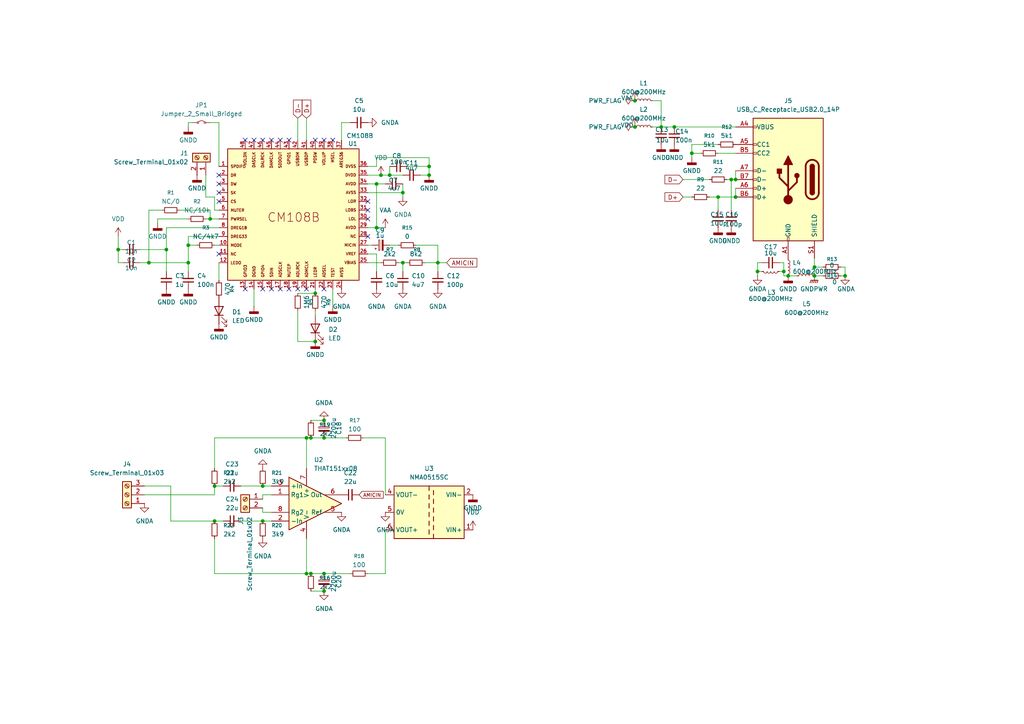
<source format=kicad_sch>
(kicad_sch (version 20250114) (generator "eeschema") (generator_version "9.0")
  (paper "A4")
  (junction (at 93.98 121.92))
  (junction (at 88.9 127))
  (junction (at 90.17 166.37))
  (junction (at 213.36 57.15))
  (junction (at 213.36 52.07))
  (junction (at 227.33 78.74))
  (junction (at 245.11 80.01))
  (junction (at 109.22 66.04))
  (junction (at 34.29 72.39))
  (junction (at 219.71 78.74))
  (junction (at 124.46 50.8))
  (junction (at 91.44 99.06))
  (junction (at 54.61 71.12))
  (junction (at 76.2 140.97))
  (junction (at 184.15 36.83))
  (junction (at 54.61 76.2))
  (junction (at 191.77 36.83))
  (junction (at 62.23 151.13))
  (junction (at 76.2 151.13))
  (junction (at 127 76.2))
  (junction (at 113.03 50.8))
  (junction (at 116.84 55.88))
  (junction (at 184.15 29.21))
  (junction (at 195.58 36.83))
  (junction (at 228.6 80.01))
  (junction (at 93.98 171.45))
  (junction (at 236.22 80.01))
  (junction (at 109.22 53.34))
  (junction (at 88.9 166.37))
  (junction (at 110.49 50.8))
  (junction (at 236.22 77.47))
  (junction (at 212.09 52.07))
  (junction (at 60.96 63.5))
  (junction (at 90.17 127))
  (junction (at 208.28 57.15))
  (junction (at 62.23 140.97))
  (junction (at 124.46 48.26))
  (junction (at 43.18 76.2))
  (junction (at 93.98 166.37))
  (junction (at 91.44 85.09))
  (junction (at 48.26 72.39))
  (junction (at 93.98 127))
  (junction (at 116.84 76.2))
  (junction (at 200.66 44.45))
  (no_connect (at 106.68 58.42))
  (no_connect (at 93.98 83.82))
  (no_connect (at 106.68 63.5))
  (no_connect (at 63.5 58.42))
  (no_connect (at 93.98 40.64))
  (no_connect (at 78.74 40.64))
  (no_connect (at 73.66 40.64))
  (no_connect (at 83.82 40.64))
  (no_connect (at 86.36 83.82))
  (no_connect (at 63.5 50.8))
  (no_connect (at 106.68 60.96))
  (no_connect (at 96.52 40.64))
  (no_connect (at 91.44 40.64))
  (no_connect (at 81.28 40.64))
  (no_connect (at 71.12 40.64))
  (no_connect (at 63.5 73.66))
  (no_connect (at 78.74 83.82))
  (no_connect (at 106.68 68.58))
  (no_connect (at 76.2 40.64))
  (no_connect (at 76.2 83.82))
  (no_connect (at 71.12 83.82))
  (no_connect (at 63.5 55.88))
  (no_connect (at 88.9 83.82))
  (no_connect (at 83.82 83.82))
  (no_connect (at 81.28 83.82))
  (no_connect (at 63.5 53.34))
  (wire (pts (xy 40.64 76.2) (xy 43.18 76.2)))
  (wire (pts (xy 88.9 127) (xy 88.9 135.89)))
  (wire (pts (xy 123.19 76.2) (xy 127 76.2)))
  (wire (pts (xy 111.76 153.67) (xy 111.76 166.37)))
  (wire (pts (xy 76.2 151.13) (xy 78.74 151.13)))
  (wire (pts (xy 109.22 53.34) (xy 111.76 53.34)))
  (wire (pts (xy 219.71 78.74) (xy 220.98 78.74)))
  (wire (pts (xy 90.17 171.45) (xy 93.98 171.45)))
  (wire (pts (xy 245.11 77.47) (xy 245.11 80.01)))
  (wire (pts (xy 76.2 143.51) (xy 76.2 144.78)))
  (wire (pts (xy 54.61 76.2) (xy 54.61 78.74)))
  (wire (pts (xy 208.28 57.15) (xy 213.36 57.15)))
  (wire (pts (xy 49.53 140.97) (xy 41.91 140.97)))
  (wire (pts (xy 54.61 68.58) (xy 63.5 68.58)))
  (wire (pts (xy 34.29 68.58) (xy 34.29 72.39)))
  (wire (pts (xy 60.96 63.5) (xy 63.5 63.5)))
  (wire (pts (xy 127 76.2) (xy 127 78.74)))
  (wire (pts (xy 124.46 45.72) (xy 124.46 48.26)))
  (wire (pts (xy 106.68 50.8) (xy 110.49 50.8)))
  (wire (pts (xy 116.84 76.2) (xy 118.11 76.2)))
  (wire (pts (xy 43.18 60.96) (xy 43.18 76.2)))
  (wire (pts (xy 73.66 83.82) (xy 73.66 88.9)))
  (wire (pts (xy 208.28 44.45) (xy 213.36 44.45)))
  (wire (pts (xy 205.74 57.15) (xy 208.28 57.15)))
  (wire (pts (xy 109.22 66.04) (xy 111.76 66.04)))
  (wire (pts (xy 106.68 66.04) (xy 109.22 66.04)))
  (wire (pts (xy 48.26 72.39) (xy 48.26 78.74)))
  (wire (pts (xy 34.29 76.2) (xy 35.56 76.2)))
  (wire (pts (xy 34.29 72.39) (xy 34.29 76.2)))
  (wire (pts (xy 228.6 80.01) (xy 231.14 80.01)))
  (wire (pts (xy 88.9 127) (xy 90.17 127)))
  (wire (pts (xy 219.71 80.01) (xy 219.71 78.74)))
  (wire (pts (xy 200.66 41.91) (xy 200.66 44.45)))
  (wire (pts (xy 69.85 140.97) (xy 76.2 140.97)))
  (wire (pts (xy 62.23 156.21) (xy 62.23 166.37)))
  (wire (pts (xy 91.44 83.82) (xy 91.44 85.09)))
  (wire (pts (xy 110.49 50.8) (xy 113.03 50.8)))
  (wire (pts (xy 59.69 57.15) (xy 62.23 57.15)))
  (wire (pts (xy 228.6 80.01) (xy 227.33 80.01)))
  (wire (pts (xy 236.22 74.93) (xy 236.22 77.47)))
  (wire (pts (xy 210.82 52.07) (xy 212.09 52.07)))
  (wire (pts (xy 213.36 49.53) (xy 213.36 52.07)))
  (wire (pts (xy 48.26 66.04) (xy 48.26 72.39)))
  (wire (pts (xy 236.22 77.47) (xy 236.22 80.01)))
  (wire (pts (xy 62.23 166.37) (xy 88.9 166.37)))
  (wire (pts (xy 60.96 60.96) (xy 60.96 63.5)))
  (wire (pts (xy 62.23 60.96) (xy 63.5 60.96)))
  (wire (pts (xy 63.5 76.2) (xy 63.5 81.28)))
  (wire (pts (xy 208.28 57.15) (xy 208.28 60.96)))
  (wire (pts (xy 115.57 76.2) (xy 116.84 76.2)))
  (wire (pts (xy 198.12 52.07) (xy 205.74 52.07)))
  (wire (pts (xy 45.72 63.5) (xy 45.72 64.77)))
  (wire (pts (xy 109.22 45.72) (xy 124.46 45.72)))
  (wire (pts (xy 189.23 36.83) (xy 191.77 36.83)))
  (wire (pts (xy 109.22 66.04) (xy 109.22 53.34)))
  (wire (pts (xy 43.18 76.2) (xy 54.61 76.2)))
  (wire (pts (xy 62.23 135.89) (xy 62.23 127)))
  (wire (pts (xy 54.61 71.12) (xy 57.15 71.12)))
  (wire (pts (xy 111.76 127) (xy 105.41 127)))
  (wire (pts (xy 59.69 63.5) (xy 60.96 63.5)))
  (wire (pts (xy 62.23 140.97) (xy 64.77 140.97)))
  (wire (pts (xy 49.53 151.13) (xy 62.23 151.13)))
  (wire (pts (xy 63.5 66.04) (xy 48.26 66.04)))
  (wire (pts (xy 212.09 52.07) (xy 212.09 60.96)))
  (wire (pts (xy 120.65 71.12) (xy 127 71.12)))
  (wire (pts (xy 124.46 50.8) (xy 121.92 50.8)))
  (wire (pts (xy 93.98 127) (xy 100.33 127)))
  (wire (pts (xy 106.68 71.12) (xy 107.95 71.12)))
  (wire (pts (xy 219.71 76.2) (xy 220.98 76.2)))
  (wire (pts (xy 191.77 36.83) (xy 195.58 36.83)))
  (wire (pts (xy 76.2 140.97) (xy 78.74 140.97)))
  (wire (pts (xy 78.74 148.59) (xy 76.2 148.59)))
  (wire (pts (xy 113.03 48.26) (xy 113.03 50.8)))
  (wire (pts (xy 213.36 54.61) (xy 213.36 57.15)))
  (wire (pts (xy 208.28 41.91) (xy 200.66 41.91)))
  (wire (pts (xy 116.84 76.2) (xy 116.84 78.74)))
  (wire (pts (xy 227.33 76.2) (xy 226.06 76.2)))
  (wire (pts (xy 124.46 48.26) (xy 124.46 50.8)))
  (wire (pts (xy 111.76 166.37) (xy 106.68 166.37)))
  (wire (pts (xy 62.23 57.15) (xy 62.23 60.96)))
  (wire (pts (xy 96.52 83.82) (xy 96.52 88.9)))
  (wire (pts (xy 198.12 57.15) (xy 200.66 57.15)))
  (wire (pts (xy 200.66 44.45) (xy 203.2 44.45)))
  (wire (pts (xy 54.61 71.12) (xy 54.61 76.2)))
  (wire (pts (xy 243.84 77.47) (xy 245.11 77.47)))
  (wire (pts (xy 63.5 48.26) (xy 63.5 35.56)))
  (wire (pts (xy 109.22 48.26) (xy 109.22 45.72)))
  (wire (pts (xy 219.71 78.74) (xy 219.71 76.2)))
  (wire (pts (xy 43.18 60.96) (xy 46.99 60.96)))
  (wire (pts (xy 90.17 121.92) (xy 93.98 121.92)))
  (wire (pts (xy 88.9 166.37) (xy 90.17 166.37)))
  (wire (pts (xy 111.76 143.51) (xy 111.76 127)))
  (wire (pts (xy 127 76.2) (xy 129.54 76.2)))
  (wire (pts (xy 86.36 90.17) (xy 86.36 99.06)))
  (wire (pts (xy 41.91 143.51) (xy 62.23 143.51)))
  (wire (pts (xy 101.6 166.37) (xy 93.98 166.37)))
  (wire (pts (xy 86.36 99.06) (xy 91.44 99.06)))
  (wire (pts (xy 127 71.12) (xy 127 76.2)))
  (wire (pts (xy 99.06 40.64) (xy 99.06 35.56)))
  (wire (pts (xy 88.9 166.37) (xy 88.9 156.21)))
  (wire (pts (xy 99.06 35.56) (xy 101.6 35.56)))
  (wire (pts (xy 93.98 166.37) (xy 90.17 166.37)))
  (wire (pts (xy 191.77 29.21) (xy 191.77 36.83)))
  (wire (pts (xy 227.33 76.2) (xy 227.33 78.74)))
  (wire (pts (xy 113.03 50.8) (xy 116.84 50.8)))
  (wire (pts (xy 118.11 48.26) (xy 124.46 48.26)))
  (wire (pts (xy 189.23 29.21) (xy 191.77 29.21)))
  (wire (pts (xy 52.07 60.96) (xy 60.96 60.96)))
  (wire (pts (xy 212.09 52.07) (xy 213.36 52.07)))
  (wire (pts (xy 86.36 85.09) (xy 91.44 85.09)))
  (wire (pts (xy 116.84 55.88) (xy 116.84 57.15)))
  (wire (pts (xy 69.85 151.13) (xy 76.2 151.13)))
  (wire (pts (xy 62.23 71.12) (xy 63.5 71.12)))
  (wire (pts (xy 91.44 91.44) (xy 91.44 90.17)))
  (wire (pts (xy 49.53 140.97) (xy 49.53 151.13)))
  (wire (pts (xy 227.33 80.01) (xy 227.33 78.74)))
  (wire (pts (xy 236.22 77.47) (xy 238.76 77.47)))
  (wire (pts (xy 106.68 55.88) (xy 116.84 55.88)))
  (wire (pts (xy 54.61 63.5) (xy 45.72 63.5)))
  (wire (pts (xy 88.9 34.29) (xy 88.9 40.64)))
  (wire (pts (xy 54.61 71.12) (xy 54.61 68.58)))
  (wire (pts (xy 86.36 34.29) (xy 86.36 40.64)))
  (wire (pts (xy 62.23 143.51) (xy 62.23 140.97)))
  (wire (pts (xy 243.84 80.01) (xy 245.11 80.01)))
  (wire (pts (xy 113.03 71.12) (xy 115.57 71.12)))
  (wire (pts (xy 63.5 35.56) (xy 60.96 35.56)))
  (wire (pts (xy 106.68 73.66) (xy 109.22 73.66)))
  (wire (pts (xy 106.68 48.26) (xy 109.22 48.26)))
  (wire (pts (xy 34.29 72.39) (xy 35.56 72.39)))
  (wire (pts (xy 195.58 36.83) (xy 213.36 36.83)))
  (wire (pts (xy 236.22 80.01) (xy 238.76 80.01)))
  (wire (pts (xy 106.68 76.2) (xy 110.49 76.2)))
  (wire (pts (xy 62.23 127) (xy 88.9 127)))
  (wire (pts (xy 54.61 35.56) (xy 54.61 36.83)))
  (wire (pts (xy 227.33 78.74) (xy 226.06 78.74)))
  (wire (pts (xy 40.64 72.39) (xy 48.26 72.39)))
  (wire (pts (xy 109.22 73.66) (xy 109.22 78.74)))
  (wire (pts (xy 116.84 53.34) (xy 116.84 55.88)))
  (wire (pts (xy 200.66 44.45) (xy 200.66 45.72)))
  (wire (pts (xy 59.69 50.8) (xy 59.69 57.15)))
  (wire (pts (xy 76.2 148.59) (xy 76.2 147.32)))
  (wire (pts (xy 78.74 143.51) (xy 76.2 143.51)))
  (wire (pts (xy 106.68 53.34) (xy 109.22 53.34)))
  (wire (pts (xy 62.23 151.13) (xy 64.77 151.13)))
  (wire (pts (xy 90.17 127) (xy 93.98 127)))
  (wire (pts (xy 55.88 35.56) (xy 54.61 35.56)))
  (global_label "AMICIN" (shape input) (at 104.14 143.51 0) (effects (font (size 1.016 1.016))) (property "Intersheetrefs" "${INTERSHEET_REFS}" (effects (hide yes))))
  (global_label "D-" (shape input) (at 86.36 34.29 90) (property "Intersheetrefs" "${INTERSHEET_REFS}" (effects (hide yes))))
  (global_label "D+" (shape input) (at 198.12 57.15 180) (property "Intersheetrefs" "${INTERSHEET_REFS}" (effects (hide yes))))
  (global_label "D-" (shape input) (at 198.12 52.07 180) (property "Intersheetrefs" "${INTERSHEET_REFS}" (effects (hide yes))))
  (global_label "D+" (shape input) (at 88.9 34.29 90) (property "Intersheetrefs" "${INTERSHEET_REFS}" (effects (hide yes))))
  (global_label "AMICIN" (shape input) (at 129.54 76.2 0) (property "Intersheetrefs" "${INTERSHEET_REFS}" (effects (hide yes))))
  (symbol (lib_id "Device:R_Small") (at 241.3 77.47 90) (unit 1)
    (property "Reference" "R13" (at 241.3 75.184 90) (effects (font (size 1.016 1.016))))
    (property "Value" "0" (at 241.3 76.962 90))
    (property "Footprint" "Resistor_SMD:R_0402_1005Metric" (effects (hide yes)))
    (property "Description" "Resistor, small symbol" (effects (hide yes)))
  )
  (symbol (lib_id "power:GNDA") (at 109.22 83.82 0) (unit 1)
    (property "Reference" "#PWR013" (effects (hide yes)))
    (property "Value" "GNDA" (at 109.22 88.9 0))
    (property "Description" "Power symbol creates a global label with name \"GNDA\" , analog ground" (effects (hide yes)))
  )
  (symbol (lib_id "power:GNDD") (at 54.61 36.83 0) (unit 1)
    (property "Reference" "#PWR04" (effects (hide yes)))
    (property "Value" "GNDD" (at 54.61 40.64 0))
    (property "Description" "Power symbol creates a global label with name \"GNDD\" , digital ground" (effects (hide yes)))
  )
  (symbol (lib_id "power:GNDD") (at 48.26 83.82 0) (unit 1)
    (property "Reference" "#PWR03" (effects (hide yes)))
    (property "Value" "GNDD" (at 48.26 87.63 0))
    (property "Description" "Power symbol creates a global label with name \"GNDD\" , digital ground" (effects (hide yes)))
  )
  (symbol (lib_id "Device:L_Small") (at 233.68 80.01 90) (unit 1)
    (property "Reference" "L5" (at 233.934 88.138 90))
    (property "Value" "600@200MHz" (at 233.934 90.678 90))
    (property "Footprint" "Inductor_SMD:L_0402_1005Metric" (effects (hide yes)))
    (property "Description" "Inductor, small symbol" (effects (hide yes)))
  )
  (symbol (lib_id "power:VDD") (at 137.16 153.67 0) (unit 1)
    (property "Reference" "#PWR032" (effects (hide yes)))
    (property "Value" "VDD" (at 137.16 148.59 0))
    (property "Description" "Power symbol creates a global label with name \"VDD\"" (effects (hide yes)))
  )
  (symbol (lib_id "Device:C_Polarized_Small") (at 93.98 124.46 0) (unit 1)
    (property "Reference" "C18" (at 98.298 124.206 90))
    (property "Value" "2200u" (at 96.774 124.206 90))
    (property "Footprint" "Capacitor_THT:CP_Radial_D10.0mm_P5.00mm" (effects (hide yes)))
    (property "Description" "Polarized capacitor, small symbol" (effects (hide yes)))
  )
  (symbol (lib_id "Device:C_Small") (at 38.1 76.2 270) (unit 1)
    (property "Reference" "C2" (at 38.1 75.438 90))
    (property "Value" "10n" (at 38.1 77.724 90))
    (property "Footprint" "Capacitor_SMD:C_0402_1005Metric" (effects (hide yes)))
    (property "Description" "Unpolarized capacitor, small symbol" (effects (hide yes)))
  )
  (symbol (lib_id "Device:L_Small") (at 186.69 36.83 90) (unit 1)
    (property "Reference" "L2" (at 186.69 31.75 90))
    (property "Value" "600@200MHz" (at 186.69 34.29 90))
    (property "Footprint" "Inductor_SMD:L_0402_1005Metric" (effects (hide yes)))
    (property "Description" "Inductor, small symbol" (effects (hide yes)))
  )
  (symbol (lib_id "power:GNDA") (at 127 83.82 0) (unit 1)
    (property "Reference" "#PWR019" (effects (hide yes)))
    (property "Value" "GNDA" (at 127 88.9 0))
    (property "Description" "Power symbol creates a global label with name \"GNDA\" , analog ground" (effects (hide yes)))
  )
  (symbol (lib_id "Device:L_Small") (at 223.52 78.74 270) (unit 1)
    (property "Reference" "L3" (at 223.774 84.836 90))
    (property "Value" "600@200MHz" (at 223.52 86.614 90))
    (property "Footprint" "Inductor_SMD:L_0402_1005Metric" (effects (hide yes)))
    (property "Description" "Inductor, small symbol" (effects (hide yes)))
  )
  (symbol (lib_id "Device:C_Small") (at 67.31 140.97 90) (unit 1)
    (property "Reference" "C23" (at 67.3163 134.62 90))
    (property "Value" "22u" (at 67.3163 137.16 90))
    (property "Footprint" "Capacitor_SMD:C_0805_2012Metric" (effects (hide yes)))
    (property "Description" "Unpolarized capacitor, small symbol" (effects (hide yes)))
  )
  (symbol (lib_id "power:GNDA") (at 99.06 83.82 0) (unit 1)
    (property "Reference" "#PWR011" (effects (hide yes)))
    (property "Value" "GNDA" (at 99.06 88.9 0))
    (property "Description" "Power symbol creates a global label with name \"GNDA\" , analog ground" (effects (hide yes)))
  )
  (symbol (lib_id "Device:C_Small") (at 223.52 76.2 90) (unit 1)
    (property "Reference" "C17" (at 223.52 71.628 90))
    (property "Value" "10u" (at 223.5263 73.406 90))
    (property "Footprint" "Capacitor_SMD:C_0402_1005Metric" (effects (hide yes)))
    (property "Description" "Unpolarized capacitor, small symbol" (effects (hide yes)))
  )
  (symbol (lib_id "power:GNDD") (at 212.09 66.04 0) (unit 1)
    (property "Reference" "#PWR026" (effects (hide yes)))
    (property "Value" "GNDD" (at 212.09 69.85 0))
    (property "Description" "Power symbol creates a global label with name \"GNDD\" , digital ground" (effects (hide yes)))
  )
  (symbol (lib_id "Device:C_Small") (at 119.38 50.8 90) (unit 1)
    (property "Reference" "C11" (at 119.38 47.244 90))
    (property "Value" "4u7" (at 119.38 48.768 90))
    (property "Footprint" "Capacitor_SMD:C_0402_1005Metric" (effects (hide yes)))
    (property "Description" "Unpolarized capacitor, small symbol" (effects (hide yes)))
  )
  (symbol (lib_id "Connector:Screw_Terminal_01x02") (at 59.69 45.72 270) (mirror x) (unit 1)
    (property "Reference" "J1" (at 54.61 44.4499 90) (effects (justify right)))
    (property "Value" "Screw_Terminal_01x02" (at 54.61 46.9899 90) (effects (justify right)))
    (property "Footprint" "DB125-254:DB125-2.54-2P" (effects (hide yes)))
    (property "Description" "Generic screw terminal, single row, 01x02, script generated (kicad-library-utils/schlib/autogen/connector/)" (effects (hide yes)))
  )
  (symbol (lib_id "power:GNDA") (at 219.71 80.01 0) (unit 1)
    (property "Reference" "#PWR027" (effects (hide yes)))
    (property "Value" "GNDA" (at 219.71 83.82 0))
    (property "Description" "Power symbol creates a global label with name \"GNDA\" , analog ground" (effects (hide yes)))
  )
  (symbol (lib_id "power:GNDD") (at 137.16 143.51 0) (unit 1)
    (property "Reference" "#PWR031" (effects (hide yes)))
    (property "Value" "GNDD" (at 137.16 147.32 0))
    (property "Description" "Power symbol creates a global label with name \"GNDD\" , digital ground" (effects (hide yes)))
  )
  (symbol (lib_id "Device:R_Small") (at 113.03 76.2 90) (unit 1)
    (property "Reference" "R7" (at 113.03 72.39 90) (effects (font (size 1.016 1.016))))
    (property "Value" "2k2" (at 113.03 73.66 90))
    (property "Footprint" "Resistor_SMD:R_0402_1005Metric" (effects (hide yes)))
    (property "Description" "Resistor, small symbol" (effects (hide yes)))
  )
  (symbol (lib_id "power:GNDA") (at 116.84 83.82 0) (unit 1)
    (property "Reference" "#PWR017" (effects (hide yes)))
    (property "Value" "GNDA" (at 116.84 88.9 0))
    (property "Description" "Power symbol creates a global label with name \"GNDA\" , analog ground" (effects (hide yes)))
  )
  (symbol (lib_id "power:GNDD") (at 57.15 50.8 0) (unit 1)
    (property "Reference" "#PWR06" (effects (hide yes)))
    (property "Value" "GNDD" (at 57.15 54.61 0))
    (property "Description" "Power symbol creates a global label with name \"GNDD\" , digital ground" (effects (hide yes)))
  )
  (symbol (lib_id "Connector:Screw_Terminal_01x02") (at 71.12 144.78 0) (mirror y) (unit 1)
    (property "Reference" "J3" (at 69.8499 149.86 90) (effects (justify right)))
    (property "Value" "Screw_Terminal_01x02" (at 72.3899 149.86 90) (effects (justify right)))
    (property "Footprint" "DB125-254:DB125-2.54-2P" (effects (hide yes)))
    (property "Description" "Generic screw terminal, single row, 01x02, script generated (kicad-library-utils/schlib/autogen/connector/)" (effects (hide yes)))
  )
  (symbol (lib_id "Device:C_Small") (at 48.26 81.28 180) (unit 1)
    (property "Reference" "C3" (at 50.8 80.0035 0) (effects (justify right)))
    (property "Value" "1u" (at 50.8 82.5435 0) (effects (justify right)))
    (property "Footprint" "Capacitor_SMD:C_0402_1005Metric" (effects (hide yes)))
    (property "Description" "Unpolarized capacitor, small symbol" (effects (hide yes)))
  )
  (symbol (lib_id "power:GNDA") (at 116.84 57.15 0) (unit 1)
    (property "Reference" "#PWR016" (effects (hide yes)))
    (property "Value" "GNDA" (at 116.84 62.23 0))
    (property "Description" "Power symbol creates a global label with name \"GNDA\" , analog ground" (effects (hide yes)))
  )
  (symbol (lib_id "Device:LED") (at 91.44 95.25 90) (unit 1)
    (property "Reference" "D2" (at 95.25 95.5674 90) (effects (justify right)))
    (property "Value" "LED" (at 95.25 98.1074 90) (effects (justify right)))
    (property "Footprint" "LED_SMD:LED_0402_1005Metric" (effects (hide yes)))
    (property "Description" "Light emitting diode" (effects (hide yes)))
    (property "Sim.Pins" "1=K 2=A" (effects (hide yes)))
  )
  (symbol (lib_id "power:GNDA") (at 76.2 135.89 180) (unit 1)
    (property "Reference" "#PWR038" (effects (hide yes)))
    (property "Value" "GNDA" (at 76.2 130.81 0))
    (property "Description" "Power symbol creates a global label with name \"GNDA\" , analog ground" (effects (hide yes)))
  )
  (symbol (lib_id "Device:C_Small") (at 67.31 151.13 90) (unit 1)
    (property "Reference" "C24" (at 67.3163 144.78 90))
    (property "Value" "22u" (at 67.3163 147.32 90))
    (property "Footprint" "Capacitor_SMD:C_0805_2012Metric" (effects (hide yes)))
    (property "Description" "Unpolarized capacitor, small symbol" (effects (hide yes)))
  )
  (symbol (lib_id "Device:R_Small") (at 205.74 44.45 270) (unit 1)
    (property "Reference" "R10" (at 205.74 39.37 90) (effects (font (size 1.016 1.016))))
    (property "Value" "5k1" (at 205.74 41.91 90))
    (property "Footprint" "Resistor_SMD:R_0402_1005Metric" (effects (hide yes)))
    (property "Description" "Resistor, small symbol" (effects (hide yes)))
  )
  (symbol (lib_id "power:GNDA") (at 111.76 148.59 0) (unit 1)
    (property "Reference" "#PWR033" (effects (hide yes)))
    (property "Value" "GNDA" (at 111.76 153.67 0))
    (property "Description" "Power symbol creates a global label with name \"GNDA\" , analog ground" (effects (hide yes)))
  )
  (symbol (lib_id "Device:R_Small") (at 90.17 124.46 0) (unit 1)
    (property "Reference" "R19" (at 92.71 123.1899 0) (effects (font (size 1.016 1.016)) (justify left)))
    (property "Value" "2k2" (at 92.71 125.7299 0) (effects (justify left)))
    (property "Footprint" "Resistor_SMD:R_0805_2012Metric" (effects (hide yes)))
    (property "Description" "Resistor, small symbol" (effects (hide yes)))
  )
  (symbol (lib_id "Device:R_Small") (at 208.28 52.07 90) (unit 1)
    (property "Reference" "R11" (at 208.28 46.99 90) (effects (font (size 1.016 1.016))))
    (property "Value" "22" (at 208.28 49.53 90))
    (property "Footprint" "Resistor_SMD:R_0402_1005Metric" (effects (hide yes)))
    (property "Description" "Resistor, small symbol" (effects (hide yes)))
  )
  (symbol (lib_id "power:GNDA") (at 76.2 156.21 0) (unit 1)
    (property "Reference" "#PWR037" (effects (hide yes)))
    (property "Value" "GNDA" (at 76.2 161.29 0))
    (property "Description" "Power symbol creates a global label with name \"GNDA\" , analog ground" (effects (hide yes)))
  )
  (symbol (lib_id "Device:LED") (at 63.5 90.17 90) (unit 1)
    (property "Reference" "D1" (at 67.31 90.4874 90) (effects (justify right)))
    (property "Value" "LED" (at 67.31 93.0274 90) (effects (justify right)))
    (property "Footprint" "LED_SMD:LED_0402_1005Metric" (effects (hide yes)))
    (property "Description" "Light emitting diode" (effects (hide yes)))
    (property "Sim.Pins" "1=K 2=A" (effects (hide yes)))
  )
  (symbol (lib_id "power:GNDD") (at 63.5 93.98 0) (unit 1)
    (property "Reference" "#PWR07" (effects (hide yes)))
    (property "Value" "GNDD" (at 63.5 97.79 0))
    (property "Description" "Power symbol creates a global label with name \"GNDD\" , digital ground" (effects (hide yes)))
  )
  (symbol (lib_id "Device:C_Small") (at 115.57 48.26 90) (unit 1)
    (property "Reference" "C8" (at 115.062 45.212 90))
    (property "Value" "100n" (at 115.57 46.99 90))
    (property "Footprint" "Capacitor_SMD:C_0402_1005Metric" (effects (hide yes)))
    (property "Description" "Unpolarized capacitor, small symbol" (effects (hide yes)))
  )
  (symbol (lib_id "power:GNDD") (at 228.6 80.01 0) (unit 1)
    (property "Reference" "#PWR028" (effects (hide yes)))
    (property "Value" "GNDD" (at 228.6 83.82 0))
    (property "Description" "Power symbol creates a global label with name \"GNDD\" , digital ground" (effects (hide yes)))
  )
  (symbol (lib_id "power:VAA") (at 184.15 29.21 0) (unit 1)
    (property "Reference" "#PWR020" (effects (hide yes)))
    (property "Value" "VAA" (at 181.864 28.448 0))
    (property "Description" "Power symbol creates a global label with name \"VAA\"" (effects (hide yes)))
  )
  (symbol (lib_id "power:GNDD") (at 195.58 41.91 0) (unit 1)
    (property "Reference" "#PWR023" (effects (hide yes)))
    (property "Value" "GNDD" (at 195.58 45.72 0))
    (property "Description" "Power symbol creates a global label with name \"GNDD\" , digital ground" (effects (hide yes)))
  )
  (symbol (lib_id "Device:R_Small") (at 63.5 83.82 0) (mirror x) (unit 1)
    (property "Reference" "R4" (at 67.31 83.82 90) (effects (font (size 1.016 1.016))))
    (property "Value" "470" (at 66.04 83.82 90))
    (property "Footprint" "Resistor_SMD:R_0402_1005Metric" (effects (hide yes)))
    (property "Description" "Resistor, small symbol" (effects (hide yes)))
  )
  (symbol (lib_id "Device:C_Small") (at 38.1 72.39 270) (unit 1)
    (property "Reference" "C1" (at 38.1 70.358 90))
    (property "Value" "10n" (at 38.1 72.898 90))
    (property "Footprint" "Capacitor_SMD:C_0402_1005Metric" (effects (hide yes)))
    (property "Description" "Unpolarized capacitor, small symbol" (effects (hide yes)))
  )
  (symbol (lib_id "power:PWR_FLAG") (at 184.15 29.21 90) (unit 1)
    (property "Reference" "#FLG02" (effects (hide yes)))
    (property "Value" "PWR_FLAG" (at 180.34 29.2099 90) (effects (justify left)))
    (property "Description" "Special symbol for telling ERC where power comes from" (effects (hide yes)))
  )
  (symbol (lib_id "Device:R_Small") (at 57.15 63.5 90) (unit 1)
    (property "Reference" "R2" (at 57.15 58.42 90) (effects (font (size 1.016 1.016))))
    (property "Value" "NC/10k" (at 57.15 60.96 90))
    (property "Footprint" "Resistor_SMD:R_0402_1005Metric" (effects (hide yes)))
    (property "Description" "Resistor, small symbol" (effects (hide yes)))
  )
  (symbol (lib_id "power:GNDD") (at 91.44 99.06 0) (unit 1)
    (property "Reference" "#PWR09" (effects (hide yes)))
    (property "Value" "GNDD" (at 91.44 102.87 0))
    (property "Description" "Power symbol creates a global label with name \"GNDD\" , digital ground" (effects (hide yes)))
  )
  (symbol (lib_id "power:GNDA") (at 41.91 146.05 0) (unit 1)
    (property "Reference" "#PWR039" (effects (hide yes)))
    (property "Value" "GNDA" (at 41.91 151.13 0))
    (property "Description" "Power symbol creates a global label with name \"GNDA\" , analog ground" (effects (hide yes)))
  )
  (symbol (lib_id "Device:R_Small") (at 210.82 41.91 90) (unit 1)
    (property "Reference" "R12" (at 210.82 36.83 90) (effects (font (size 1.016 1.016))))
    (property "Value" "5k1" (at 210.82 39.37 90))
    (property "Footprint" "Resistor_SMD:R_0402_1005Metric" (effects (hide yes)))
    (property "Description" "Resistor, small symbol" (effects (hide yes)))
  )
  (symbol (lib_id "power:GNDD") (at 124.46 50.8 0) (unit 1)
    (property "Reference" "#PWR018" (effects (hide yes)))
    (property "Value" "GNDD" (at 124.46 54.61 0))
    (property "Description" "Power symbol creates a global label with name \"GNDD\" , digital ground" (effects (hide yes)))
  )
  (symbol (lib_id "Device:L_Small") (at 186.69 29.21 90) (unit 1)
    (property "Reference" "L1" (at 186.69 24.13 90))
    (property "Value" "600@200MHz" (at 186.69 26.67 90))
    (property "Footprint" "Inductor_SMD:L_0402_1005Metric" (effects (hide yes)))
    (property "Description" "Inductor, small symbol" (effects (hide yes)))
  )
  (symbol (lib_id "Device:C_Small") (at 54.61 81.28 180) (unit 1)
    (property "Reference" "C4" (at 57.15 80.0035 0) (effects (justify right)))
    (property "Value" "100n" (at 57.15 82.5435 0) (effects (justify right)))
    (property "Footprint" "Capacitor_SMD:C_0402_1005Metric" (effects (hide yes)))
    (property "Description" "Unpolarized capacitor, small symbol" (effects (hide yes)))
  )
  (symbol (lib_id "Device:C_Small") (at 212.09 63.5 0) (unit 1)
    (property "Reference" "C16" (at 210.312 62.23 0) (effects (justify left)))
    (property "Value" "100p" (at 210.312 65.024 0) (effects (justify left)))
    (property "Footprint" "Capacitor_SMD:C_0402_1005Metric" (effects (hide yes)))
    (property "Description" "Unpolarized capacitor, small symbol" (effects (hide yes)))
  )
  (symbol (lib_id "Device:C_Polarized_Small") (at 110.49 71.12 90) (unit 1)
    (property "Reference" "C9" (at 110.236 66.802 90))
    (property "Value" "1u" (at 110.236 68.326 90))
    (property "Footprint" "Capacitor_SMD:C_0805_2012Metric" (effects (hide yes)))
    (property "Description" "Polarized capacitor, small symbol" (effects (hide yes)))
  )
  (symbol (lib_id "power:GNDD") (at 54.61 83.82 0) (unit 1)
    (property "Reference" "#PWR05" (effects (hide yes)))
    (property "Value" "GNDD" (at 54.61 87.63 0))
    (property "Description" "Power symbol creates a global label with name \"GNDD\" , digital ground" (effects (hide yes)))
  )
  (symbol (lib_id "power:GNDD") (at 208.28 66.04 0) (unit 1)
    (property "Reference" "#PWR025" (effects (hide yes)))
    (property "Value" "GNDD" (at 208.28 69.85 0))
    (property "Description" "Power symbol creates a global label with name \"GNDD\" , digital ground" (effects (hide yes)))
  )
  (symbol (lib_id "Device:R_Small") (at 203.2 57.15 90) (unit 1)
    (property "Reference" "R9" (at 203.2 52.07 90) (effects (font (size 1.016 1.016))))
    (property "Value" "22" (at 203.2 54.61 90))
    (property "Footprint" "Resistor_SMD:R_0402_1005Metric" (effects (hide yes)))
    (property "Description" "Resistor, small symbol" (effects (hide yes)))
  )
  (symbol (lib_id "Amplifier_Audio:THAT151xx08") (at 88.9 146.05 0) (unit 1)
    (property "Reference" "U2" (at 91.0433 133.35 0) (effects (justify left)))
    (property "Value" "THAT151xx08" (at 91.0433 135.89 0) (effects (justify left)))
    (property "Footprint" "Package_DIP:DIP-8_W7.62mm" (effects (hide yes)))
    (property "Datasheet" "https://www.thatcorp.com/datashts/THAT_1510-1512_Datasheet.pdf" (effects (hide yes)))
    (property "Description" "Low-Noise, High Performance Audio Preamplifier IC" (effects (hide yes)))
  )
  (symbol (lib_id "Device:C_Small") (at 114.3 53.34 90) (unit 1)
    (property "Reference" "C7" (at 114.046 52.324 90))
    (property "Value" "4u7" (at 114.3 54.61 90))
    (property "Footprint" "Capacitor_SMD:C_0402_1005Metric" (effects (hide yes)))
    (property "Description" "Unpolarized capacitor, small symbol" (effects (hide yes)))
  )
  (symbol (lib_id "Device:R_Small") (at 49.53 60.96 90) (unit 1)
    (property "Reference" "R1" (at 49.53 55.88 90) (effects (font (size 1.016 1.016))))
    (property "Value" "NC/0" (at 49.53 58.42 90))
    (property "Footprint" "Resistor_SMD:R_0402_1005Metric" (effects (hide yes)))
    (property "Description" "Resistor, small symbol" (effects (hide yes)))
  )
  (symbol (lib_id "power:VDD") (at 184.15 36.83 0) (unit 1)
    (property "Reference" "#PWR021" (effects (hide yes)))
    (property "Value" "VDD" (at 181.864 36.322 0))
    (property "Description" "Power symbol creates a global label with name \"VDD\"" (effects (hide yes)))
  )
  (symbol (lib_id "power:GNDA") (at 93.98 121.92 180) (unit 1)
    (property "Reference" "#PWR036" (effects (hide yes)))
    (property "Value" "GNDA" (at 93.98 116.84 0))
    (property "Description" "Power symbol creates a global label with name \"GNDA\" , analog ground" (effects (hide yes)))
  )
  (symbol (lib_id "Regulator_Switching:NMA0515SC") (at 124.46 148.59 180) (unit 1)
    (property "Reference" "U3" (at 124.46 135.89 0))
    (property "Value" "NMA0515SC" (at 124.46 138.43 0))
    (property "Footprint" "Converter_DCDC:Converter_DCDC_Murata_NMAxxxxSC_THT" (effects (hide yes)))
    (property "Datasheet" "http://power.murata.com/data/power/ncl/kdc_nma.pdf" (effects (hide yes)))
    (property "Description" "±33mA Isolated 1W Dual output DC/DC Converter Module, 5V Input Voltage, ±15V Output Voltage, SIP3" (effects (hide yes)))
  )
  (symbol (lib_id "Device:R_Small") (at 90.17 168.91 180) (unit 1)
    (property "Reference" "R16" (at 92.71 167.6399 0) (effects (font (size 1.016 1.016)) (justify right)))
    (property "Value" "2k2" (at 92.71 170.1799 0) (effects (justify right)))
    (property "Footprint" "Resistor_SMD:R_0805_2012Metric" (effects (hide yes)))
    (property "Description" "Resistor, small symbol" (effects (hide yes)))
  )
  (symbol (lib_id "power:VDD") (at 110.49 50.8 0) (unit 1)
    (property "Reference" "#PWR014" (effects (hide yes)))
    (property "Value" "VDD" (at 110.49 45.72 0))
    (property "Description" "Power symbol creates a global label with name \"VDD\"" (effects (hide yes)))
  )
  (symbol (lib_id "Device:C_Small") (at 195.58 39.37 0) (unit 1)
    (property "Reference" "C14" (at 195.834 38.1 0) (effects (justify left)))
    (property "Value" "100n" (at 195.834 40.64 0) (effects (justify left)))
    (property "Footprint" "Capacitor_SMD:C_0402_1005Metric" (effects (hide yes)))
    (property "Description" "Unpolarized capacitor, small symbol" (effects (hide yes)))
  )
  (symbol (lib_id "power:GNDA") (at 99.06 148.59 0) (unit 1)
    (property "Reference" "#PWR034" (effects (hide yes)))
    (property "Value" "GNDA" (at 99.06 153.67 0))
    (property "Description" "Power symbol creates a global label with name \"GNDA\" , analog ground" (effects (hide yes)))
  )
  (symbol (lib_id "Connector:Screw_Terminal_01x03") (at 36.83 143.51 180) (unit 1)
    (property "Reference" "J4" (at 36.83 134.62 0))
    (property "Value" "Screw_Terminal_01x03" (at 36.83 137.16 0))
    (property "Footprint" "DB125-254:DB125-2.54-3P" (effects (hide yes)))
    (property "Description" "Generic screw terminal, single row, 01x03, script generated (kicad-library-utils/schlib/autogen/connector/)" (effects (hide yes)))
  )
  (symbol (lib_id "Device:R_Small") (at 76.2 138.43 180) (unit 1)
    (property "Reference" "R21" (at 78.74 137.1599 0) (effects (font (size 1.016 1.016)) (justify right)))
    (property "Value" "3k9" (at 78.74 139.6999 0) (effects (justify right)))
    (property "Footprint" "Resistor_SMD:R_0805_2012Metric" (effects (hide yes)))
    (property "Description" "Resistor, small symbol" (effects (hide yes)))
  )
  (symbol (lib_id "Device:R_Small") (at 104.14 166.37 90) (unit 1)
    (property "Reference" "R18" (at 104.14 161.29 90) (effects (font (size 1.016 1.016))))
    (property "Value" "100" (at 104.14 163.83 90))
    (property "Footprint" "Resistor_SMD:R_0805_2012Metric" (effects (hide yes)))
    (property "Description" "Resistor, small symbol" (effects (hide yes)))
  )
  (symbol (lib_id "Device:C_Polarized_Small") (at 93.98 168.91 0) (unit 1)
    (property "Reference" "C20" (at 98.298 168.656 90))
    (property "Value" "2200u" (at 96.774 168.656 90))
    (property "Footprint" "Capacitor_THT:CP_Radial_D10.0mm_P5.00mm" (effects (hide yes)))
    (property "Description" "Polarized capacitor, small symbol" (effects (hide yes)))
  )
  (symbol (lib_id "Device:R_Small") (at 102.87 127 90) (unit 1)
    (property "Reference" "R17" (at 102.87 121.92 90) (effects (font (size 1.016 1.016))))
    (property "Value" "100" (at 102.87 124.46 90))
    (property "Footprint" "Resistor_SMD:R_0805_2012Metric" (effects (hide yes)))
    (property "Description" "Resistor, small symbol" (effects (hide yes)))
  )
  (symbol (lib_id "Device:R_Small") (at 91.44 87.63 0) (unit 1)
    (property "Reference" "R6" (at 95.25 87.63 90) (effects (font (size 1.016 1.016))))
    (property "Value" "470" (at 93.98 87.63 90))
    (property "Footprint" "Resistor_SMD:R_0402_1005Metric" (effects (hide yes)))
    (property "Description" "Resistor, small symbol" (effects (hide yes)))
  )
  (symbol (lib_id "Device:C_Small") (at 104.14 35.56 90) (unit 1)
    (property "Reference" "C5" (at 104.1463 29.21 90))
    (property "Value" "10u" (at 104.1463 31.75 90))
    (property "Footprint" "Capacitor_SMD:C_0402_1005Metric" (effects (hide yes)))
    (property "Description" "Unpolarized capacitor, small symbol" (effects (hide yes)))
  )
  (symbol (lib_id "power:GNDD") (at 200.66 45.72 0) (unit 1)
    (property "Reference" "#PWR024" (effects (hide yes)))
    (property "Value" "GNDD" (at 200.66 49.53 0))
    (property "Description" "Power symbol creates a global label with name \"GNDD\" , digital ground" (effects (hide yes)))
  )
  (symbol (lib_id "Device:R_Small") (at 62.23 153.67 180) (unit 1)
    (property "Reference" "R22" (at 64.77 152.3999 0) (effects (font (size 1.016 1.016)) (justify right)))
    (property "Value" "2k2" (at 64.77 154.9399 0) (effects (justify right)))
    (property "Footprint" "Resistor_SMD:R_0805_2012Metric" (effects (hide yes)))
    (property "Description" "Resistor, small symbol" (effects (hide yes)))
  )
  (symbol (lib_id "power:GNDD") (at 73.66 88.9 0) (unit 1)
    (property "Reference" "#PWR08" (effects (hide yes)))
    (property "Value" "GNDD" (at 73.66 92.71 0))
    (property "Description" "Power symbol creates a global label with name \"GNDD\" , digital ground" (effects (hide yes)))
  )
  (symbol (lib_id "Device:C_Small") (at 109.22 81.28 0) (unit 1)
    (property "Reference" "C6" (at 111.76 80.0162 0) (effects (justify left)))
    (property "Value" "10u" (at 111.76 82.5562 0) (effects (justify left)))
    (property "Footprint" "Capacitor_SMD:C_0402_1005Metric" (effects (hide yes)))
    (property "Description" "Unpolarized capacitor, small symbol" (effects (hide yes)))
  )
  (symbol (lib_id "power:GNDD") (at 96.52 88.9 0) (unit 1)
    (property "Reference" "#PWR010" (effects (hide yes)))
    (property "Value" "GNDD" (at 96.52 92.71 0))
    (property "Description" "Power symbol creates a global label with name \"GNDD\" , digital ground" (effects (hide yes)))
  )
  (symbol (lib_id "power:GNDD") (at 191.77 41.91 0) (unit 1)
    (property "Reference" "#PWR022" (effects (hide yes)))
    (property "Value" "GNDD" (at 191.77 45.72 0))
    (property "Description" "Power symbol creates a global label with name \"GNDD\" , digital ground" (effects (hide yes)))
  )
  (symbol (lib_id "Device:L_Small") (at 228.6 77.47 0) (unit 1)
    (property "Reference" "L4" (at 229.87 76.1999 0) (effects (justify left)))
    (property "Value" "600@200MHz" (at 229.87 78.7399 0) (effects (justify left)))
    (property "Footprint" "Inductor_SMD:L_0402_1005Metric" (effects (hide yes)))
    (property "Description" "Inductor, small symbol" (effects (hide yes)))
  )
  (symbol (lib_id "power:PWR_FLAG") (at 184.15 36.83 90) (unit 1)
    (property "Reference" "#FLG03" (effects (hide yes)))
    (property "Value" "PWR_FLAG" (at 180.34 36.8299 90) (effects (justify left)))
    (property "Description" "Special symbol for telling ERC where power comes from" (effects (hide yes)))
  )
  (symbol (lib_id "power:GNDA") (at 245.11 80.01 0) (unit 1)
    (property "Reference" "#PWR030" (effects (hide yes)))
    (property "Value" "GNDA" (at 245.364 83.82 0))
    (property "Description" "Power symbol creates a global label with name \"GNDA\" , analog ground" (effects (hide yes)))
  )
  (symbol (lib_id "power:VAA") (at 111.76 66.04 0) (unit 1)
    (property "Reference" "#PWR015" (effects (hide yes)))
    (property "Value" "VAA" (at 111.76 60.96 0))
    (property "Description" "Power symbol creates a global label with name \"VAA\"" (effects (hide yes)))
  )
  (symbol (lib_id "Connector:USB_C_Receptacle_USB2.0_14P") (at 228.6 52.07 0) (mirror y) (unit 1)
    (property "Reference" "J5" (at 228.6 29.21 0))
    (property "Value" "USB_C_Receptacle_USB2.0_14P" (at 228.6 31.75 0))
    (property "Footprint" "Connector_USB:USB_C_Receptacle_Palconn_UTC16-G" (effects (hide yes)))
    (property "Datasheet" "https://www.usb.org/sites/default/files/documents/usb_type-c.zip" (effects (hide yes)))
    (property "Description" "USB 2.0-only 14P Type-C Receptacle connector" (effects (hide yes)))
  )
  (symbol (lib_id "CM108B:CM108B") (at 83.82 63.5 0) (unit 1)
    (property "Reference" "U1" (at 102.362 41.656 0))
    (property "Value" "CM108B" (at 104.394 39.37 0))
    (property "Footprint" "CM108B:TQFP48" (effects (hide yes)))
    (property "MF" "Cmedia" (effects (hide yes)))
    (property "Description_1" "USB Audio Codec improved on CM" (effects (hide yes)))
    (property "Package" "None" (effects (hide yes)))
    (property "Price" "None" (effects (hide yes)))
    (property "SnapEDA_Link" "https://www.snapeda.com/parts/CM108B/Cmedia/view-part/?ref=snap" (effects (hide yes)))
    (property "MP" "CM108B" (effects (hide yes)))
    (property "Availability" "In Stock" (effects (hide yes)))
    (property "Check_prices" "https://www.snapeda.com/parts/CM108B/Cmedia/view-part/?ref=eda" (effects (hide yes)))
  )
  (symbol (lib_id "power:VDD") (at 34.29 68.58 0) (unit 1)
    (property "Reference" "#PWR01" (effects (hide yes)))
    (property "Value" "VDD" (at 34.29 63.5 0))
    (property "Description" "Power symbol creates a global label with name \"VDD\"" (effects (hide yes)))
  )
  (symbol (lib_id "Device:R_Small") (at 241.3 80.01 90) (unit 1)
    (property "Reference" "R14" (at 241.3 80.01 90) (effects (font (size 1.016 1.016))))
    (property "Value" "0" (at 242.062 81.788 90))
    (property "Footprint" "Resistor_SMD:R_0402_1005Metric" (effects (hide yes)))
    (property "Description" "Resistor, small symbol" (effects (hide yes)))
  )
  (symbol (lib_id "Device:R_Small") (at 120.65 76.2 90) (unit 1)
    (property "Reference" "R8" (at 120.904 72.39 90) (effects (font (size 1.016 1.016))))
    (property "Value" "8k2" (at 120.65 73.66 90))
    (property "Footprint" "Resistor_SMD:R_0402_1005Metric" (effects (hide yes)))
    (property "Description" "Resistor, small symbol" (effects (hide yes)))
  )
  (symbol (lib_id "Device:C_Small") (at 127 81.28 0) (unit 1)
    (property "Reference" "C12" (at 129.54 80.0162 0) (effects (justify left)))
    (property "Value" "100p" (at 129.54 82.5562 0) (effects (justify left)))
    (property "Footprint" "Capacitor_SMD:C_0402_1005Metric" (effects (hide yes)))
    (property "Description" "Unpolarized capacitor, small symbol" (effects (hide yes)))
  )
  (symbol (lib_id "Device:R_Small") (at 118.11 71.12 90) (unit 1)
    (property "Reference" "R15" (at 118.11 66.04 90) (effects (font (size 1.016 1.016))))
    (property "Value" "0" (at 118.11 68.58 90))
    (property "Footprint" "Resistor_SMD:R_0402_1005Metric" (effects (hide yes)))
    (property "Description" "Resistor, small symbol" (effects (hide yes)))
  )
  (symbol (lib_id "Device:C_Small") (at 101.6 143.51 90) (unit 1)
    (property "Reference" "C22" (at 101.6063 137.16 90))
    (property "Value" "22u" (at 101.6063 139.7 90))
    (property "Footprint" "Capacitor_SMD:C_0805_2012Metric" (effects (hide yes)))
    (property "Description" "Unpolarized capacitor, small symbol" (effects (hide yes)))
  )
  (symbol (lib_id "Jumper:Jumper_2_Small_Bridged") (at 58.42 35.56 0) (unit 1)
    (property "Reference" "JP1" (at 58.42 30.48 0))
    (property "Value" "Jumper_2_Small_Bridged" (at 58.42 33.02 0))
    (property "Footprint" "TestPoint:TestPoint_2Pads_Pitch2.54mm_Drill0.8mm" (effects (hide yes)))
    (property "Description" "Jumper, 2-pole, small symbol, bridged" (effects (hide yes)))
  )
  (symbol (lib_id "Device:R_Small") (at 86.36 87.63 0) (unit 1)
    (property "Reference" "R5" (at 90.17 87.63 90) (effects (font (size 1.016 1.016))))
    (property "Value" "1M6" (at 88.9 87.63 90))
    (property "Footprint" "Resistor_SMD:R_0402_1005Metric" (effects (hide yes)))
    (property "Description" "Resistor, small symbol" (effects (hide yes)))
  )
  (symbol (lib_id "power:GNDA") (at 93.98 171.45 0) (unit 1)
    (property "Reference" "#PWR035" (effects (hide yes)))
    (property "Value" "GNDA" (at 93.98 176.53 0))
    (property "Description" "Power symbol creates a global label with name \"GNDA\" , analog ground" (effects (hide yes)))
  )
  (symbol (lib_id "power:GNDD") (at 45.72 64.77 0) (unit 1)
    (property "Reference" "#PWR02" (effects (hide yes)))
    (property "Value" "GNDD" (at 45.72 68.58 0))
    (property "Description" "Power symbol creates a global label with name \"GNDD\" , digital ground" (effects (hide yes)))
  )
  (symbol (lib_id "Device:C_Small") (at 208.28 63.5 0) (unit 1)
    (property "Reference" "C15" (at 205.994 62.23 0) (effects (justify left)))
    (property "Value" "100p" (at 205.994 64.77 0) (effects (justify left)))
    (property "Footprint" "Capacitor_SMD:C_0402_1005Metric" (effects (hide yes)))
    (property "Description" "Unpolarized capacitor, small symbol" (effects (hide yes)))
  )
  (symbol (lib_id "Device:R_Small") (at 76.2 153.67 180) (unit 1)
    (property "Reference" "R20" (at 78.74 152.3999 0) (effects (font (size 1.016 1.016)) (justify right)))
    (property "Value" "3k9" (at 78.74 154.9399 0) (effects (justify right)))
    (property "Footprint" "Resistor_SMD:R_0805_2012Metric" (effects (hide yes)))
    (property "Description" "Resistor, small symbol" (effects (hide yes)))
  )
  (symbol (lib_id "Device:R_Small") (at 59.69 71.12 90) (unit 1)
    (property "Reference" "R3" (at 59.69 66.04 90) (effects (font (size 1.016 1.016))))
    (property "Value" "NC/4k7" (at 59.69 68.58 90))
    (property "Footprint" "Resistor_SMD:R_0402_1005Metric" (effects (hide yes)))
    (property "Description" "Resistor, small symbol" (effects (hide yes)))
  )
  (symbol (lib_id "power:GNDPWR") (at 236.22 80.01 0) (unit 1)
    (property "Reference" "#PWR029" (effects (hide yes)))
    (property "Value" "GNDPWR" (at 236.093 83.82 0))
    (property "Description" "Power symbol creates a global label with name \"GNDPWR\" , global ground" (effects (hide yes)))
  )
  (symbol (lib_id "power:GNDA") (at 106.68 35.56 90) (unit 1)
    (property "Reference" "#PWR012" (effects (hide yes)))
    (property "Value" "GNDA" (at 110.49 35.5599 90) (effects (justify right)))
    (property "Description" "Power symbol creates a global label with name \"GNDA\" , analog ground" (effects (hide yes)))
  )
  (symbol (lib_id "Device:R_Small") (at 62.23 138.43 180) (unit 1)
    (property "Reference" "R23" (at 64.77 137.1599 0) (effects (font (size 1.016 1.016)) (justify right)))
    (property "Value" "2k2" (at 64.77 139.6999 0) (effects (justify right)))
    (property "Footprint" "Resistor_SMD:R_0805_2012Metric" (effects (hide yes)))
    (property "Description" "Resistor, small symbol" (effects (hide yes)))
  )
  (symbol (lib_id "Device:C_Small") (at 116.84 81.28 0) (unit 1)
    (property "Reference" "C10" (at 119.38 80.0162 0) (effects (justify left)))
    (property "Value" "4u7" (at 119.38 82.5562 0) (effects (justify left)))
    (property "Footprint" "Capacitor_SMD:C_0402_1005Metric" (effects (hide yes)))
    (property "Description" "Unpolarized capacitor, small symbol" (effects (hide yes)))
  )
  (symbol (lib_id "Device:C_Small") (at 191.77 39.37 0) (unit 1)
    (property "Reference" "C13" (at 189.992 37.592 0) (effects (justify left)))
    (property "Value" "10u" (at 190.246 40.64 0) (effects (justify left)))
    (property "Footprint" "Capacitor_SMD:C_0402_1005Metric" (effects (hide yes)))
    (property "Description" "Unpolarized capacitor, small symbol" (effects (hide yes)))
  )
)
</source>
